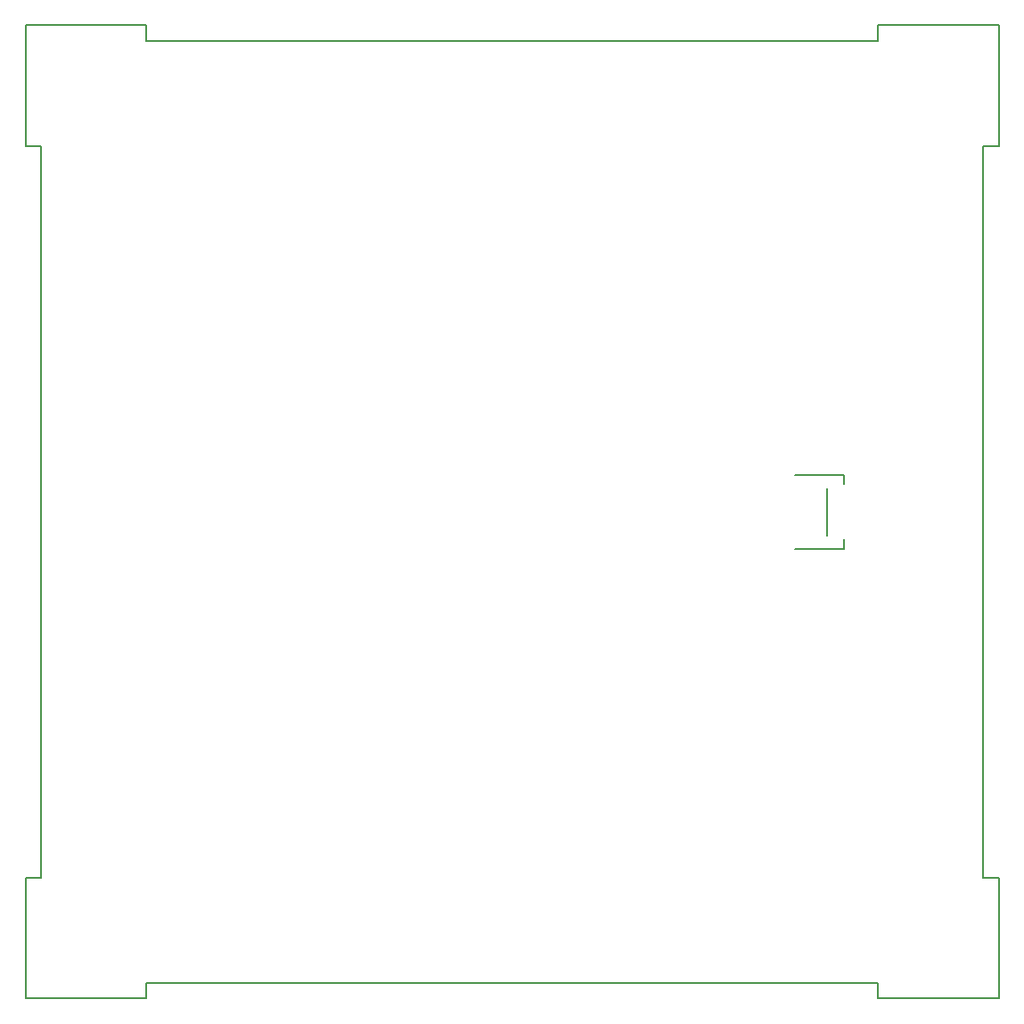
<source format=gbr>
G04 start of page 9 for group -4078 idx -4078 *
G04 Title: (unknown), bottomsilk *
G04 Creator: pcb 20140316 *
G04 CreationDate: Σαβ 12 Μάρ 2016 12:00:08 μμ GMT UTC *
G04 For: mobintu *
G04 Format: Gerber/RS-274X *
G04 PCB-Dimensions (mm): 100.00 100.00 *
G04 PCB-Coordinate-Origin: lower left *
%MOMM*%
%FSLAX43Y43*%
%LNBOTTOMSILK*%
%ADD165C,0.200*%
%ADD164C,0.200*%
%ADD163C,0.200*%
G54D163*X3900Y84100D02*X5400D01*
X15400Y95600D02*Y94100D01*
X84900D01*
X3900Y84100D02*Y95600D01*
X15400D01*
X84900Y94100D02*Y95600D01*
X94900Y84100D02*Y14600D01*
Y84100D02*X96400D01*
G54D164*Y14600D02*X94900D01*
G54D163*X84900Y95600D02*X96400D01*
Y84100D01*
X5400Y14600D02*X3900D01*
X15400Y3100D02*Y4600D01*
X3900Y3100D02*X15400D01*
X3900D02*Y14600D01*
X5400Y84100D02*Y14600D01*
X15400Y4600D02*X84900D01*
Y3100D01*
X96400D01*
Y14600D01*
G54D165*X77025Y52850D02*X81625D01*
X77025Y45850D02*X81625D01*
X80025Y47100D02*Y51600D01*
X81625Y51950D02*Y52850D01*
Y45850D02*Y46750D01*
M02*

</source>
